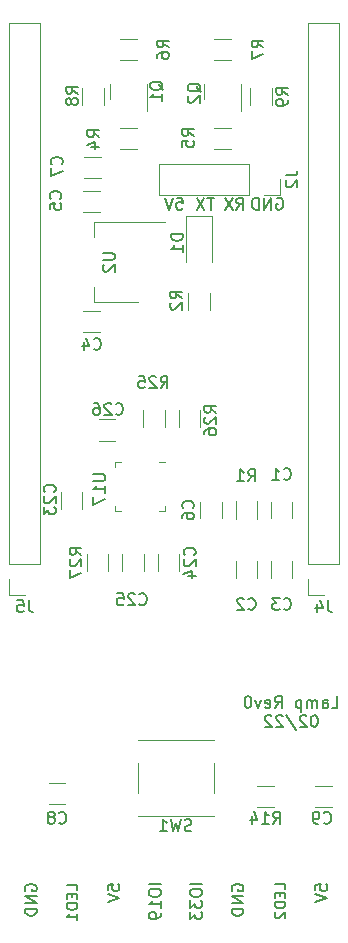
<source format=gbo>
G04 #@! TF.GenerationSoftware,KiCad,Pcbnew,(6.0.1-0)*
G04 #@! TF.CreationDate,2022-02-14T15:17:06-08:00*
G04 #@! TF.ProjectId,lamp,6c616d70-2e6b-4696-9361-645f70636258,rev?*
G04 #@! TF.SameCoordinates,Original*
G04 #@! TF.FileFunction,Legend,Bot*
G04 #@! TF.FilePolarity,Positive*
%FSLAX46Y46*%
G04 Gerber Fmt 4.6, Leading zero omitted, Abs format (unit mm)*
G04 Created by KiCad (PCBNEW (6.0.1-0)) date 2022-02-14 15:17:06*
%MOMM*%
%LPD*%
G01*
G04 APERTURE LIST*
%ADD10C,0.150000*%
%ADD11C,0.120000*%
G04 APERTURE END LIST*
D10*
X153261904Y-60552380D02*
X152690476Y-60552380D01*
X152976190Y-61552380D02*
X152976190Y-60552380D01*
X152452380Y-60552380D02*
X151785714Y-61552380D01*
X151785714Y-60552380D02*
X152452380Y-61552380D01*
X161852380Y-119209523D02*
X161852380Y-118733333D01*
X162328571Y-118685714D01*
X162280952Y-118733333D01*
X162233333Y-118828571D01*
X162233333Y-119066666D01*
X162280952Y-119161904D01*
X162328571Y-119209523D01*
X162423809Y-119257142D01*
X162661904Y-119257142D01*
X162757142Y-119209523D01*
X162804761Y-119161904D01*
X162852380Y-119066666D01*
X162852380Y-118828571D01*
X162804761Y-118733333D01*
X162757142Y-118685714D01*
X161852380Y-119542857D02*
X162852380Y-119876190D01*
X161852380Y-120209523D01*
X144252380Y-119209523D02*
X144252380Y-118733333D01*
X144728571Y-118685714D01*
X144680952Y-118733333D01*
X144633333Y-118828571D01*
X144633333Y-119066666D01*
X144680952Y-119161904D01*
X144728571Y-119209523D01*
X144823809Y-119257142D01*
X145061904Y-119257142D01*
X145157142Y-119209523D01*
X145204761Y-119161904D01*
X145252380Y-119066666D01*
X145252380Y-118828571D01*
X145204761Y-118733333D01*
X145157142Y-118685714D01*
X144252380Y-119542857D02*
X145252380Y-119876190D01*
X144252380Y-120209523D01*
X148752380Y-118623809D02*
X147752380Y-118623809D01*
X147752380Y-119290476D02*
X147752380Y-119480952D01*
X147800000Y-119576190D01*
X147895238Y-119671428D01*
X148085714Y-119719047D01*
X148419047Y-119719047D01*
X148609523Y-119671428D01*
X148704761Y-119576190D01*
X148752380Y-119480952D01*
X148752380Y-119290476D01*
X148704761Y-119195238D01*
X148609523Y-119100000D01*
X148419047Y-119052380D01*
X148085714Y-119052380D01*
X147895238Y-119100000D01*
X147800000Y-119195238D01*
X147752380Y-119290476D01*
X148752380Y-120671428D02*
X148752380Y-120100000D01*
X148752380Y-120385714D02*
X147752380Y-120385714D01*
X147895238Y-120290476D01*
X147990476Y-120195238D01*
X148038095Y-120100000D01*
X148752380Y-121147619D02*
X148752380Y-121338095D01*
X148704761Y-121433333D01*
X148657142Y-121480952D01*
X148514285Y-121576190D01*
X148323809Y-121623809D01*
X147942857Y-121623809D01*
X147847619Y-121576190D01*
X147800000Y-121528571D01*
X147752380Y-121433333D01*
X147752380Y-121242857D01*
X147800000Y-121147619D01*
X147847619Y-121100000D01*
X147942857Y-121052380D01*
X148180952Y-121052380D01*
X148276190Y-121100000D01*
X148323809Y-121147619D01*
X148371428Y-121242857D01*
X148371428Y-121433333D01*
X148323809Y-121528571D01*
X148276190Y-121576190D01*
X148180952Y-121623809D01*
X154800000Y-119238095D02*
X154752380Y-119142857D01*
X154752380Y-119000000D01*
X154800000Y-118857142D01*
X154895238Y-118761904D01*
X154990476Y-118714285D01*
X155180952Y-118666666D01*
X155323809Y-118666666D01*
X155514285Y-118714285D01*
X155609523Y-118761904D01*
X155704761Y-118857142D01*
X155752380Y-119000000D01*
X155752380Y-119095238D01*
X155704761Y-119238095D01*
X155657142Y-119285714D01*
X155323809Y-119285714D01*
X155323809Y-119095238D01*
X155752380Y-119714285D02*
X154752380Y-119714285D01*
X155752380Y-120285714D01*
X154752380Y-120285714D01*
X155752380Y-120761904D02*
X154752380Y-120761904D01*
X154752380Y-121000000D01*
X154800000Y-121142857D01*
X154895238Y-121238095D01*
X154990476Y-121285714D01*
X155180952Y-121333333D01*
X155323809Y-121333333D01*
X155514285Y-121285714D01*
X155609523Y-121238095D01*
X155704761Y-121142857D01*
X155752380Y-121000000D01*
X155752380Y-120761904D01*
X159307142Y-119092857D02*
X159307142Y-118664285D01*
X158407142Y-118664285D01*
X158835714Y-119392857D02*
X158835714Y-119692857D01*
X159307142Y-119821428D02*
X159307142Y-119392857D01*
X158407142Y-119392857D01*
X158407142Y-119821428D01*
X159307142Y-120207142D02*
X158407142Y-120207142D01*
X158407142Y-120421428D01*
X158450000Y-120550000D01*
X158535714Y-120635714D01*
X158621428Y-120678571D01*
X158792857Y-120721428D01*
X158921428Y-120721428D01*
X159092857Y-120678571D01*
X159178571Y-120635714D01*
X159264285Y-120550000D01*
X159307142Y-120421428D01*
X159307142Y-120207142D01*
X158492857Y-121064285D02*
X158450000Y-121107142D01*
X158407142Y-121192857D01*
X158407142Y-121407142D01*
X158450000Y-121492857D01*
X158492857Y-121535714D01*
X158578571Y-121578571D01*
X158664285Y-121578571D01*
X158792857Y-121535714D01*
X159307142Y-121021428D01*
X159307142Y-121578571D01*
X152252380Y-118623809D02*
X151252380Y-118623809D01*
X151252380Y-119290476D02*
X151252380Y-119480952D01*
X151300000Y-119576190D01*
X151395238Y-119671428D01*
X151585714Y-119719047D01*
X151919047Y-119719047D01*
X152109523Y-119671428D01*
X152204761Y-119576190D01*
X152252380Y-119480952D01*
X152252380Y-119290476D01*
X152204761Y-119195238D01*
X152109523Y-119100000D01*
X151919047Y-119052380D01*
X151585714Y-119052380D01*
X151395238Y-119100000D01*
X151300000Y-119195238D01*
X151252380Y-119290476D01*
X151252380Y-120052380D02*
X151252380Y-120671428D01*
X151633333Y-120338095D01*
X151633333Y-120480952D01*
X151680952Y-120576190D01*
X151728571Y-120623809D01*
X151823809Y-120671428D01*
X152061904Y-120671428D01*
X152157142Y-120623809D01*
X152204761Y-120576190D01*
X152252380Y-120480952D01*
X152252380Y-120195238D01*
X152204761Y-120100000D01*
X152157142Y-120052380D01*
X151252380Y-121004761D02*
X151252380Y-121623809D01*
X151633333Y-121290476D01*
X151633333Y-121433333D01*
X151680952Y-121528571D01*
X151728571Y-121576190D01*
X151823809Y-121623809D01*
X152061904Y-121623809D01*
X152157142Y-121576190D01*
X152204761Y-121528571D01*
X152252380Y-121433333D01*
X152252380Y-121147619D01*
X152204761Y-121052380D01*
X152157142Y-121004761D01*
X141707142Y-119192857D02*
X141707142Y-118764285D01*
X140807142Y-118764285D01*
X141235714Y-119492857D02*
X141235714Y-119792857D01*
X141707142Y-119921428D02*
X141707142Y-119492857D01*
X140807142Y-119492857D01*
X140807142Y-119921428D01*
X141707142Y-120307142D02*
X140807142Y-120307142D01*
X140807142Y-120521428D01*
X140850000Y-120650000D01*
X140935714Y-120735714D01*
X141021428Y-120778571D01*
X141192857Y-120821428D01*
X141321428Y-120821428D01*
X141492857Y-120778571D01*
X141578571Y-120735714D01*
X141664285Y-120650000D01*
X141707142Y-120521428D01*
X141707142Y-120307142D01*
X141707142Y-121678571D02*
X141707142Y-121164285D01*
X141707142Y-121421428D02*
X140807142Y-121421428D01*
X140935714Y-121335714D01*
X141021428Y-121250000D01*
X141064285Y-121164285D01*
X137300000Y-119238095D02*
X137252380Y-119142857D01*
X137252380Y-119000000D01*
X137300000Y-118857142D01*
X137395238Y-118761904D01*
X137490476Y-118714285D01*
X137680952Y-118666666D01*
X137823809Y-118666666D01*
X138014285Y-118714285D01*
X138109523Y-118761904D01*
X138204761Y-118857142D01*
X138252380Y-119000000D01*
X138252380Y-119095238D01*
X138204761Y-119238095D01*
X138157142Y-119285714D01*
X137823809Y-119285714D01*
X137823809Y-119095238D01*
X138252380Y-119714285D02*
X137252380Y-119714285D01*
X138252380Y-120285714D01*
X137252380Y-120285714D01*
X138252380Y-120761904D02*
X137252380Y-120761904D01*
X137252380Y-121000000D01*
X137300000Y-121142857D01*
X137395238Y-121238095D01*
X137490476Y-121285714D01*
X137680952Y-121333333D01*
X137823809Y-121333333D01*
X138014285Y-121285714D01*
X138109523Y-121238095D01*
X138204761Y-121142857D01*
X138252380Y-121000000D01*
X138252380Y-120761904D01*
X155166666Y-61552380D02*
X155500000Y-61076190D01*
X155738095Y-61552380D02*
X155738095Y-60552380D01*
X155357142Y-60552380D01*
X155261904Y-60600000D01*
X155214285Y-60647619D01*
X155166666Y-60742857D01*
X155166666Y-60885714D01*
X155214285Y-60980952D01*
X155261904Y-61028571D01*
X155357142Y-61076190D01*
X155738095Y-61076190D01*
X154833333Y-60552380D02*
X154166666Y-61552380D01*
X154166666Y-60552380D02*
X154833333Y-61552380D01*
X150090476Y-60552380D02*
X150566666Y-60552380D01*
X150614285Y-61028571D01*
X150566666Y-60980952D01*
X150471428Y-60933333D01*
X150233333Y-60933333D01*
X150138095Y-60980952D01*
X150090476Y-61028571D01*
X150042857Y-61123809D01*
X150042857Y-61361904D01*
X150090476Y-61457142D01*
X150138095Y-61504761D01*
X150233333Y-61552380D01*
X150471428Y-61552380D01*
X150566666Y-61504761D01*
X150614285Y-61457142D01*
X149757142Y-60552380D02*
X149423809Y-61552380D01*
X149090476Y-60552380D01*
X163228571Y-103747380D02*
X163704761Y-103747380D01*
X163704761Y-102747380D01*
X162466666Y-103747380D02*
X162466666Y-103223571D01*
X162514285Y-103128333D01*
X162609523Y-103080714D01*
X162800000Y-103080714D01*
X162895238Y-103128333D01*
X162466666Y-103699761D02*
X162561904Y-103747380D01*
X162800000Y-103747380D01*
X162895238Y-103699761D01*
X162942857Y-103604523D01*
X162942857Y-103509285D01*
X162895238Y-103414047D01*
X162800000Y-103366428D01*
X162561904Y-103366428D01*
X162466666Y-103318809D01*
X161990476Y-103747380D02*
X161990476Y-103080714D01*
X161990476Y-103175952D02*
X161942857Y-103128333D01*
X161847619Y-103080714D01*
X161704761Y-103080714D01*
X161609523Y-103128333D01*
X161561904Y-103223571D01*
X161561904Y-103747380D01*
X161561904Y-103223571D02*
X161514285Y-103128333D01*
X161419047Y-103080714D01*
X161276190Y-103080714D01*
X161180952Y-103128333D01*
X161133333Y-103223571D01*
X161133333Y-103747380D01*
X160657142Y-103080714D02*
X160657142Y-104080714D01*
X160657142Y-103128333D02*
X160561904Y-103080714D01*
X160371428Y-103080714D01*
X160276190Y-103128333D01*
X160228571Y-103175952D01*
X160180952Y-103271190D01*
X160180952Y-103556904D01*
X160228571Y-103652142D01*
X160276190Y-103699761D01*
X160371428Y-103747380D01*
X160561904Y-103747380D01*
X160657142Y-103699761D01*
X158419047Y-103747380D02*
X158752380Y-103271190D01*
X158990476Y-103747380D02*
X158990476Y-102747380D01*
X158609523Y-102747380D01*
X158514285Y-102795000D01*
X158466666Y-102842619D01*
X158419047Y-102937857D01*
X158419047Y-103080714D01*
X158466666Y-103175952D01*
X158514285Y-103223571D01*
X158609523Y-103271190D01*
X158990476Y-103271190D01*
X157609523Y-103699761D02*
X157704761Y-103747380D01*
X157895238Y-103747380D01*
X157990476Y-103699761D01*
X158038095Y-103604523D01*
X158038095Y-103223571D01*
X157990476Y-103128333D01*
X157895238Y-103080714D01*
X157704761Y-103080714D01*
X157609523Y-103128333D01*
X157561904Y-103223571D01*
X157561904Y-103318809D01*
X158038095Y-103414047D01*
X157228571Y-103080714D02*
X156990476Y-103747380D01*
X156752380Y-103080714D01*
X156180952Y-102747380D02*
X156085714Y-102747380D01*
X155990476Y-102795000D01*
X155942857Y-102842619D01*
X155895238Y-102937857D01*
X155847619Y-103128333D01*
X155847619Y-103366428D01*
X155895238Y-103556904D01*
X155942857Y-103652142D01*
X155990476Y-103699761D01*
X156085714Y-103747380D01*
X156180952Y-103747380D01*
X156276190Y-103699761D01*
X156323809Y-103652142D01*
X156371428Y-103556904D01*
X156419047Y-103366428D01*
X156419047Y-103128333D01*
X156371428Y-102937857D01*
X156323809Y-102842619D01*
X156276190Y-102795000D01*
X156180952Y-102747380D01*
X161800000Y-104357380D02*
X161704761Y-104357380D01*
X161609523Y-104405000D01*
X161561904Y-104452619D01*
X161514285Y-104547857D01*
X161466666Y-104738333D01*
X161466666Y-104976428D01*
X161514285Y-105166904D01*
X161561904Y-105262142D01*
X161609523Y-105309761D01*
X161704761Y-105357380D01*
X161800000Y-105357380D01*
X161895238Y-105309761D01*
X161942857Y-105262142D01*
X161990476Y-105166904D01*
X162038095Y-104976428D01*
X162038095Y-104738333D01*
X161990476Y-104547857D01*
X161942857Y-104452619D01*
X161895238Y-104405000D01*
X161800000Y-104357380D01*
X161085714Y-104452619D02*
X161038095Y-104405000D01*
X160942857Y-104357380D01*
X160704761Y-104357380D01*
X160609523Y-104405000D01*
X160561904Y-104452619D01*
X160514285Y-104547857D01*
X160514285Y-104643095D01*
X160561904Y-104785952D01*
X161133333Y-105357380D01*
X160514285Y-105357380D01*
X159371428Y-104309761D02*
X160228571Y-105595476D01*
X159085714Y-104452619D02*
X159038095Y-104405000D01*
X158942857Y-104357380D01*
X158704761Y-104357380D01*
X158609523Y-104405000D01*
X158561904Y-104452619D01*
X158514285Y-104547857D01*
X158514285Y-104643095D01*
X158561904Y-104785952D01*
X159133333Y-105357380D01*
X158514285Y-105357380D01*
X158133333Y-104452619D02*
X158085714Y-104405000D01*
X157990476Y-104357380D01*
X157752380Y-104357380D01*
X157657142Y-104405000D01*
X157609523Y-104452619D01*
X157561904Y-104547857D01*
X157561904Y-104643095D01*
X157609523Y-104785952D01*
X158180952Y-105357380D01*
X157561904Y-105357380D01*
X158561904Y-60600000D02*
X158657142Y-60552380D01*
X158800000Y-60552380D01*
X158942857Y-60600000D01*
X159038095Y-60695238D01*
X159085714Y-60790476D01*
X159133333Y-60980952D01*
X159133333Y-61123809D01*
X159085714Y-61314285D01*
X159038095Y-61409523D01*
X158942857Y-61504761D01*
X158800000Y-61552380D01*
X158704761Y-61552380D01*
X158561904Y-61504761D01*
X158514285Y-61457142D01*
X158514285Y-61123809D01*
X158704761Y-61123809D01*
X158085714Y-61552380D02*
X158085714Y-60552380D01*
X157514285Y-61552380D01*
X157514285Y-60552380D01*
X157038095Y-61552380D02*
X157038095Y-60552380D01*
X156800000Y-60552380D01*
X156657142Y-60600000D01*
X156561904Y-60695238D01*
X156514285Y-60790476D01*
X156466666Y-60980952D01*
X156466666Y-61123809D01*
X156514285Y-61314285D01*
X156561904Y-61409523D01*
X156657142Y-61504761D01*
X156800000Y-61552380D01*
X157038095Y-61552380D01*
G04 #@! TO.C,C2*
X156166666Y-95357142D02*
X156214285Y-95404761D01*
X156357142Y-95452380D01*
X156452380Y-95452380D01*
X156595238Y-95404761D01*
X156690476Y-95309523D01*
X156738095Y-95214285D01*
X156785714Y-95023809D01*
X156785714Y-94880952D01*
X156738095Y-94690476D01*
X156690476Y-94595238D01*
X156595238Y-94500000D01*
X156452380Y-94452380D01*
X156357142Y-94452380D01*
X156214285Y-94500000D01*
X156166666Y-94547619D01*
X155785714Y-94547619D02*
X155738095Y-94500000D01*
X155642857Y-94452380D01*
X155404761Y-94452380D01*
X155309523Y-94500000D01*
X155261904Y-94547619D01*
X155214285Y-94642857D01*
X155214285Y-94738095D01*
X155261904Y-94880952D01*
X155833333Y-95452380D01*
X155214285Y-95452380D01*
G04 #@! TO.C,SW1*
X151351708Y-114150123D02*
X151208851Y-114197742D01*
X150970755Y-114197742D01*
X150875517Y-114150123D01*
X150827898Y-114102504D01*
X150780279Y-114007266D01*
X150780279Y-113912028D01*
X150827898Y-113816790D01*
X150875517Y-113769171D01*
X150970755Y-113721552D01*
X151161232Y-113673933D01*
X151256470Y-113626314D01*
X151304089Y-113578695D01*
X151351708Y-113483457D01*
X151351708Y-113388219D01*
X151304089Y-113292981D01*
X151256470Y-113245362D01*
X151161232Y-113197742D01*
X150923136Y-113197742D01*
X150780279Y-113245362D01*
X150446946Y-113197742D02*
X150208851Y-114197742D01*
X150018375Y-113483457D01*
X149827898Y-114197742D01*
X149589803Y-113197742D01*
X148685041Y-114197742D02*
X149256470Y-114197742D01*
X148970755Y-114197742D02*
X148970755Y-113197742D01*
X149065994Y-113340600D01*
X149161232Y-113435838D01*
X149256470Y-113483457D01*
G04 #@! TO.C,U17*
X143052380Y-83961904D02*
X143861904Y-83961904D01*
X143957142Y-84009523D01*
X144004761Y-84057142D01*
X144052380Y-84152380D01*
X144052380Y-84342857D01*
X144004761Y-84438095D01*
X143957142Y-84485714D01*
X143861904Y-84533333D01*
X143052380Y-84533333D01*
X144052380Y-85533333D02*
X144052380Y-84961904D01*
X144052380Y-85247619D02*
X143052380Y-85247619D01*
X143195238Y-85152380D01*
X143290476Y-85057142D01*
X143338095Y-84961904D01*
X143052380Y-85866666D02*
X143052380Y-86533333D01*
X144052380Y-86104761D01*
G04 #@! TO.C,C9*
X162566666Y-113457142D02*
X162614285Y-113504761D01*
X162757142Y-113552380D01*
X162852380Y-113552380D01*
X162995238Y-113504761D01*
X163090476Y-113409523D01*
X163138095Y-113314285D01*
X163185714Y-113123809D01*
X163185714Y-112980952D01*
X163138095Y-112790476D01*
X163090476Y-112695238D01*
X162995238Y-112600000D01*
X162852380Y-112552380D01*
X162757142Y-112552380D01*
X162614285Y-112600000D01*
X162566666Y-112647619D01*
X162090476Y-113552380D02*
X161900000Y-113552380D01*
X161804761Y-113504761D01*
X161757142Y-113457142D01*
X161661904Y-113314285D01*
X161614285Y-113123809D01*
X161614285Y-112742857D01*
X161661904Y-112647619D01*
X161709523Y-112600000D01*
X161804761Y-112552380D01*
X161995238Y-112552380D01*
X162090476Y-112600000D01*
X162138095Y-112647619D01*
X162185714Y-112742857D01*
X162185714Y-112980952D01*
X162138095Y-113076190D01*
X162090476Y-113123809D01*
X161995238Y-113171428D01*
X161804761Y-113171428D01*
X161709523Y-113123809D01*
X161661904Y-113076190D01*
X161614285Y-112980952D01*
G04 #@! TO.C,J4*
X162893333Y-94632380D02*
X162893333Y-95346666D01*
X162940952Y-95489523D01*
X163036190Y-95584761D01*
X163179047Y-95632380D01*
X163274285Y-95632380D01*
X161988571Y-94965714D02*
X161988571Y-95632380D01*
X162226666Y-94584761D02*
X162464761Y-95299047D01*
X161845714Y-95299047D01*
G04 #@! TO.C,C6*
X151480341Y-86833333D02*
X151527960Y-86785714D01*
X151575579Y-86642857D01*
X151575579Y-86547619D01*
X151527960Y-86404761D01*
X151432722Y-86309523D01*
X151337484Y-86261904D01*
X151147008Y-86214285D01*
X151004151Y-86214285D01*
X150813675Y-86261904D01*
X150718437Y-86309523D01*
X150623199Y-86404761D01*
X150575579Y-86547619D01*
X150575579Y-86642857D01*
X150623199Y-86785714D01*
X150670818Y-86833333D01*
X150575579Y-87690476D02*
X150575579Y-87500000D01*
X150623199Y-87404761D01*
X150670818Y-87357142D01*
X150813675Y-87261904D01*
X151004151Y-87214285D01*
X151385103Y-87214285D01*
X151480341Y-87261904D01*
X151527960Y-87309523D01*
X151575579Y-87404761D01*
X151575579Y-87595238D01*
X151527960Y-87690476D01*
X151480341Y-87738095D01*
X151385103Y-87785714D01*
X151147008Y-87785714D01*
X151051770Y-87738095D01*
X151004151Y-87690476D01*
X150956532Y-87595238D01*
X150956532Y-87404761D01*
X151004151Y-87309523D01*
X151051770Y-87261904D01*
X151147008Y-87214285D01*
G04 #@! TO.C,R1*
X156166666Y-84552380D02*
X156500000Y-84076190D01*
X156738095Y-84552380D02*
X156738095Y-83552380D01*
X156357142Y-83552380D01*
X156261904Y-83600000D01*
X156214285Y-83647619D01*
X156166666Y-83742857D01*
X156166666Y-83885714D01*
X156214285Y-83980952D01*
X156261904Y-84028571D01*
X156357142Y-84076190D01*
X156738095Y-84076190D01*
X155214285Y-84552380D02*
X155785714Y-84552380D01*
X155500000Y-84552380D02*
X155500000Y-83552380D01*
X155595238Y-83695238D01*
X155690476Y-83790476D01*
X155785714Y-83838095D01*
G04 #@! TO.C,C25*
X146942857Y-94957142D02*
X146990476Y-95004761D01*
X147133333Y-95052380D01*
X147228571Y-95052380D01*
X147371428Y-95004761D01*
X147466666Y-94909523D01*
X147514285Y-94814285D01*
X147561904Y-94623809D01*
X147561904Y-94480952D01*
X147514285Y-94290476D01*
X147466666Y-94195238D01*
X147371428Y-94100000D01*
X147228571Y-94052380D01*
X147133333Y-94052380D01*
X146990476Y-94100000D01*
X146942857Y-94147619D01*
X146561904Y-94147619D02*
X146514285Y-94100000D01*
X146419047Y-94052380D01*
X146180952Y-94052380D01*
X146085714Y-94100000D01*
X146038095Y-94147619D01*
X145990476Y-94242857D01*
X145990476Y-94338095D01*
X146038095Y-94480952D01*
X146609523Y-95052380D01*
X145990476Y-95052380D01*
X145085714Y-94052380D02*
X145561904Y-94052380D01*
X145609523Y-94528571D01*
X145561904Y-94480952D01*
X145466666Y-94433333D01*
X145228571Y-94433333D01*
X145133333Y-94480952D01*
X145085714Y-94528571D01*
X145038095Y-94623809D01*
X145038095Y-94861904D01*
X145085714Y-94957142D01*
X145133333Y-95004761D01*
X145228571Y-95052380D01*
X145466666Y-95052380D01*
X145561904Y-95004761D01*
X145609523Y-94957142D01*
G04 #@! TO.C,C3*
X159166666Y-95357142D02*
X159214285Y-95404761D01*
X159357142Y-95452380D01*
X159452380Y-95452380D01*
X159595238Y-95404761D01*
X159690476Y-95309523D01*
X159738095Y-95214285D01*
X159785714Y-95023809D01*
X159785714Y-94880952D01*
X159738095Y-94690476D01*
X159690476Y-94595238D01*
X159595238Y-94500000D01*
X159452380Y-94452380D01*
X159357142Y-94452380D01*
X159214285Y-94500000D01*
X159166666Y-94547619D01*
X158833333Y-94452380D02*
X158214285Y-94452380D01*
X158547619Y-94833333D01*
X158404761Y-94833333D01*
X158309523Y-94880952D01*
X158261904Y-94928571D01*
X158214285Y-95023809D01*
X158214285Y-95261904D01*
X158261904Y-95357142D01*
X158309523Y-95404761D01*
X158404761Y-95452380D01*
X158690476Y-95452380D01*
X158785714Y-95404761D01*
X158833333Y-95357142D01*
G04 #@! TO.C,C1*
X159166666Y-84357142D02*
X159214285Y-84404761D01*
X159357142Y-84452380D01*
X159452380Y-84452380D01*
X159595238Y-84404761D01*
X159690476Y-84309523D01*
X159738095Y-84214285D01*
X159785714Y-84023809D01*
X159785714Y-83880952D01*
X159738095Y-83690476D01*
X159690476Y-83595238D01*
X159595238Y-83500000D01*
X159452380Y-83452380D01*
X159357142Y-83452380D01*
X159214285Y-83500000D01*
X159166666Y-83547619D01*
X158214285Y-84452380D02*
X158785714Y-84452380D01*
X158500000Y-84452380D02*
X158500000Y-83452380D01*
X158595238Y-83595238D01*
X158690476Y-83690476D01*
X158785714Y-83738095D01*
G04 #@! TO.C,R14*
X158265317Y-113541496D02*
X158598650Y-113065306D01*
X158836745Y-113541496D02*
X158836745Y-112541496D01*
X158455793Y-112541496D01*
X158360555Y-112589116D01*
X158312936Y-112636735D01*
X158265317Y-112731973D01*
X158265317Y-112874830D01*
X158312936Y-112970068D01*
X158360555Y-113017687D01*
X158455793Y-113065306D01*
X158836745Y-113065306D01*
X157312936Y-113541496D02*
X157884364Y-113541496D01*
X157598650Y-113541496D02*
X157598650Y-112541496D01*
X157693888Y-112684354D01*
X157789126Y-112779592D01*
X157884364Y-112827211D01*
X156455793Y-112874830D02*
X156455793Y-113541496D01*
X156693888Y-112493877D02*
X156931983Y-113208163D01*
X156312936Y-113208163D01*
G04 #@! TO.C,R2*
X150537080Y-69069725D02*
X150060890Y-68736392D01*
X150537080Y-68498296D02*
X149537080Y-68498296D01*
X149537080Y-68879249D01*
X149584700Y-68974487D01*
X149632319Y-69022106D01*
X149727557Y-69069725D01*
X149870414Y-69069725D01*
X149965652Y-69022106D01*
X150013271Y-68974487D01*
X150060890Y-68879249D01*
X150060890Y-68498296D01*
X149632319Y-69450677D02*
X149584700Y-69498296D01*
X149537080Y-69593534D01*
X149537080Y-69831630D01*
X149584700Y-69926868D01*
X149632319Y-69974487D01*
X149727557Y-70022106D01*
X149822795Y-70022106D01*
X149965652Y-69974487D01*
X150537080Y-69403058D01*
X150537080Y-70022106D01*
G04 #@! TO.C,J2*
X159322380Y-58666666D02*
X160036666Y-58666666D01*
X160179523Y-58619047D01*
X160274761Y-58523809D01*
X160322380Y-58380952D01*
X160322380Y-58285714D01*
X159417619Y-59095238D02*
X159370000Y-59142857D01*
X159322380Y-59238095D01*
X159322380Y-59476190D01*
X159370000Y-59571428D01*
X159417619Y-59619047D01*
X159512857Y-59666666D01*
X159608095Y-59666666D01*
X159750952Y-59619047D01*
X160322380Y-59047619D01*
X160322380Y-59666666D01*
G04 #@! TO.C,R6*
X149452380Y-47833333D02*
X148976190Y-47500000D01*
X149452380Y-47261904D02*
X148452380Y-47261904D01*
X148452380Y-47642857D01*
X148500000Y-47738095D01*
X148547619Y-47785714D01*
X148642857Y-47833333D01*
X148785714Y-47833333D01*
X148880952Y-47785714D01*
X148928571Y-47738095D01*
X148976190Y-47642857D01*
X148976190Y-47261904D01*
X148452380Y-48690476D02*
X148452380Y-48500000D01*
X148500000Y-48404761D01*
X148547619Y-48357142D01*
X148690476Y-48261904D01*
X148880952Y-48214285D01*
X149261904Y-48214285D01*
X149357142Y-48261904D01*
X149404761Y-48309523D01*
X149452380Y-48404761D01*
X149452380Y-48595238D01*
X149404761Y-48690476D01*
X149357142Y-48738095D01*
X149261904Y-48785714D01*
X149023809Y-48785714D01*
X148928571Y-48738095D01*
X148880952Y-48690476D01*
X148833333Y-48595238D01*
X148833333Y-48404761D01*
X148880952Y-48309523D01*
X148928571Y-48261904D01*
X149023809Y-48214285D01*
G04 #@! TO.C,C8*
X140146440Y-113457142D02*
X140194059Y-113504761D01*
X140336916Y-113552380D01*
X140432154Y-113552380D01*
X140575012Y-113504761D01*
X140670250Y-113409523D01*
X140717869Y-113314285D01*
X140765488Y-113123809D01*
X140765488Y-112980952D01*
X140717869Y-112790476D01*
X140670250Y-112695238D01*
X140575012Y-112600000D01*
X140432154Y-112552380D01*
X140336916Y-112552380D01*
X140194059Y-112600000D01*
X140146440Y-112647619D01*
X139575012Y-112980952D02*
X139670250Y-112933333D01*
X139717869Y-112885714D01*
X139765488Y-112790476D01*
X139765488Y-112742857D01*
X139717869Y-112647619D01*
X139670250Y-112600000D01*
X139575012Y-112552380D01*
X139384535Y-112552380D01*
X139289297Y-112600000D01*
X139241678Y-112647619D01*
X139194059Y-112742857D01*
X139194059Y-112790476D01*
X139241678Y-112885714D01*
X139289297Y-112933333D01*
X139384535Y-112980952D01*
X139575012Y-112980952D01*
X139670250Y-113028571D01*
X139717869Y-113076190D01*
X139765488Y-113171428D01*
X139765488Y-113361904D01*
X139717869Y-113457142D01*
X139670250Y-113504761D01*
X139575012Y-113552380D01*
X139384535Y-113552380D01*
X139289297Y-113504761D01*
X139241678Y-113457142D01*
X139194059Y-113361904D01*
X139194059Y-113171428D01*
X139241678Y-113076190D01*
X139289297Y-113028571D01*
X139384535Y-112980952D01*
G04 #@! TO.C,C7*
X140357142Y-57733333D02*
X140404761Y-57685714D01*
X140452380Y-57542857D01*
X140452380Y-57447619D01*
X140404761Y-57304761D01*
X140309523Y-57209523D01*
X140214285Y-57161904D01*
X140023809Y-57114285D01*
X139880952Y-57114285D01*
X139690476Y-57161904D01*
X139595238Y-57209523D01*
X139500000Y-57304761D01*
X139452380Y-57447619D01*
X139452380Y-57542857D01*
X139500000Y-57685714D01*
X139547619Y-57733333D01*
X139452380Y-58066666D02*
X139452380Y-58733333D01*
X140452380Y-58304761D01*
G04 #@! TO.C,Q2*
X152147619Y-51604761D02*
X152100000Y-51509523D01*
X152004761Y-51414285D01*
X151861904Y-51271428D01*
X151814285Y-51176190D01*
X151814285Y-51080952D01*
X152052380Y-51128571D02*
X152004761Y-51033333D01*
X151909523Y-50938095D01*
X151719047Y-50890476D01*
X151385714Y-50890476D01*
X151195238Y-50938095D01*
X151100000Y-51033333D01*
X151052380Y-51128571D01*
X151052380Y-51319047D01*
X151100000Y-51414285D01*
X151195238Y-51509523D01*
X151385714Y-51557142D01*
X151719047Y-51557142D01*
X151909523Y-51509523D01*
X152004761Y-51414285D01*
X152052380Y-51319047D01*
X152052380Y-51128571D01*
X151147619Y-51938095D02*
X151100000Y-51985714D01*
X151052380Y-52080952D01*
X151052380Y-52319047D01*
X151100000Y-52414285D01*
X151147619Y-52461904D01*
X151242857Y-52509523D01*
X151338095Y-52509523D01*
X151480952Y-52461904D01*
X152052380Y-51890476D01*
X152052380Y-52509523D01*
G04 #@! TO.C,U2*
X143842380Y-65238095D02*
X144651904Y-65238095D01*
X144747142Y-65285714D01*
X144794761Y-65333333D01*
X144842380Y-65428571D01*
X144842380Y-65619047D01*
X144794761Y-65714285D01*
X144747142Y-65761904D01*
X144651904Y-65809523D01*
X143842380Y-65809523D01*
X143937619Y-66238095D02*
X143890000Y-66285714D01*
X143842380Y-66380952D01*
X143842380Y-66619047D01*
X143890000Y-66714285D01*
X143937619Y-66761904D01*
X144032857Y-66809523D01*
X144128095Y-66809523D01*
X144270952Y-66761904D01*
X144842380Y-66190476D01*
X144842380Y-66809523D01*
G04 #@! TO.C,R26*
X153452380Y-78757142D02*
X152976190Y-78423809D01*
X153452380Y-78185714D02*
X152452380Y-78185714D01*
X152452380Y-78566666D01*
X152500000Y-78661904D01*
X152547619Y-78709523D01*
X152642857Y-78757142D01*
X152785714Y-78757142D01*
X152880952Y-78709523D01*
X152928571Y-78661904D01*
X152976190Y-78566666D01*
X152976190Y-78185714D01*
X152547619Y-79138095D02*
X152500000Y-79185714D01*
X152452380Y-79280952D01*
X152452380Y-79519047D01*
X152500000Y-79614285D01*
X152547619Y-79661904D01*
X152642857Y-79709523D01*
X152738095Y-79709523D01*
X152880952Y-79661904D01*
X153452380Y-79090476D01*
X153452380Y-79709523D01*
X152452380Y-80566666D02*
X152452380Y-80376190D01*
X152500000Y-80280952D01*
X152547619Y-80233333D01*
X152690476Y-80138095D01*
X152880952Y-80090476D01*
X153261904Y-80090476D01*
X153357142Y-80138095D01*
X153404761Y-80185714D01*
X153452380Y-80280952D01*
X153452380Y-80471428D01*
X153404761Y-80566666D01*
X153357142Y-80614285D01*
X153261904Y-80661904D01*
X153023809Y-80661904D01*
X152928571Y-80614285D01*
X152880952Y-80566666D01*
X152833333Y-80471428D01*
X152833333Y-80280952D01*
X152880952Y-80185714D01*
X152928571Y-80138095D01*
X153023809Y-80090476D01*
G04 #@! TO.C,C5*
X140257142Y-60633333D02*
X140304761Y-60585714D01*
X140352380Y-60442857D01*
X140352380Y-60347619D01*
X140304761Y-60204761D01*
X140209523Y-60109523D01*
X140114285Y-60061904D01*
X139923809Y-60014285D01*
X139780952Y-60014285D01*
X139590476Y-60061904D01*
X139495238Y-60109523D01*
X139400000Y-60204761D01*
X139352380Y-60347619D01*
X139352380Y-60442857D01*
X139400000Y-60585714D01*
X139447619Y-60633333D01*
X139352380Y-61538095D02*
X139352380Y-61061904D01*
X139828571Y-61014285D01*
X139780952Y-61061904D01*
X139733333Y-61157142D01*
X139733333Y-61395238D01*
X139780952Y-61490476D01*
X139828571Y-61538095D01*
X139923809Y-61585714D01*
X140161904Y-61585714D01*
X140257142Y-61538095D01*
X140304761Y-61490476D01*
X140352380Y-61395238D01*
X140352380Y-61157142D01*
X140304761Y-61061904D01*
X140257142Y-61014285D01*
G04 #@! TO.C,R7*
X157452380Y-47833333D02*
X156976190Y-47500000D01*
X157452380Y-47261904D02*
X156452380Y-47261904D01*
X156452380Y-47642857D01*
X156500000Y-47738095D01*
X156547619Y-47785714D01*
X156642857Y-47833333D01*
X156785714Y-47833333D01*
X156880952Y-47785714D01*
X156928571Y-47738095D01*
X156976190Y-47642857D01*
X156976190Y-47261904D01*
X156452380Y-48166666D02*
X156452380Y-48833333D01*
X157452380Y-48404761D01*
G04 #@! TO.C,R8*
X141752380Y-51733333D02*
X141276190Y-51400000D01*
X141752380Y-51161904D02*
X140752380Y-51161904D01*
X140752380Y-51542857D01*
X140800000Y-51638095D01*
X140847619Y-51685714D01*
X140942857Y-51733333D01*
X141085714Y-51733333D01*
X141180952Y-51685714D01*
X141228571Y-51638095D01*
X141276190Y-51542857D01*
X141276190Y-51161904D01*
X141180952Y-52304761D02*
X141133333Y-52209523D01*
X141085714Y-52161904D01*
X140990476Y-52114285D01*
X140942857Y-52114285D01*
X140847619Y-52161904D01*
X140800000Y-52209523D01*
X140752380Y-52304761D01*
X140752380Y-52495238D01*
X140800000Y-52590476D01*
X140847619Y-52638095D01*
X140942857Y-52685714D01*
X140990476Y-52685714D01*
X141085714Y-52638095D01*
X141133333Y-52590476D01*
X141180952Y-52495238D01*
X141180952Y-52304761D01*
X141228571Y-52209523D01*
X141276190Y-52161904D01*
X141371428Y-52114285D01*
X141561904Y-52114285D01*
X141657142Y-52161904D01*
X141704761Y-52209523D01*
X141752380Y-52304761D01*
X141752380Y-52495238D01*
X141704761Y-52590476D01*
X141657142Y-52638095D01*
X141561904Y-52685714D01*
X141371428Y-52685714D01*
X141276190Y-52638095D01*
X141228571Y-52590476D01*
X141180952Y-52495238D01*
G04 #@! TO.C,R25*
X148742857Y-76652380D02*
X149076190Y-76176190D01*
X149314285Y-76652380D02*
X149314285Y-75652380D01*
X148933333Y-75652380D01*
X148838095Y-75700000D01*
X148790476Y-75747619D01*
X148742857Y-75842857D01*
X148742857Y-75985714D01*
X148790476Y-76080952D01*
X148838095Y-76128571D01*
X148933333Y-76176190D01*
X149314285Y-76176190D01*
X148361904Y-75747619D02*
X148314285Y-75700000D01*
X148219047Y-75652380D01*
X147980952Y-75652380D01*
X147885714Y-75700000D01*
X147838095Y-75747619D01*
X147790476Y-75842857D01*
X147790476Y-75938095D01*
X147838095Y-76080952D01*
X148409523Y-76652380D01*
X147790476Y-76652380D01*
X146885714Y-75652380D02*
X147361904Y-75652380D01*
X147409523Y-76128571D01*
X147361904Y-76080952D01*
X147266666Y-76033333D01*
X147028571Y-76033333D01*
X146933333Y-76080952D01*
X146885714Y-76128571D01*
X146838095Y-76223809D01*
X146838095Y-76461904D01*
X146885714Y-76557142D01*
X146933333Y-76604761D01*
X147028571Y-76652380D01*
X147266666Y-76652380D01*
X147361904Y-76604761D01*
X147409523Y-76557142D01*
G04 #@! TO.C,R9*
X159522380Y-51833333D02*
X159046190Y-51500000D01*
X159522380Y-51261904D02*
X158522380Y-51261904D01*
X158522380Y-51642857D01*
X158570000Y-51738095D01*
X158617619Y-51785714D01*
X158712857Y-51833333D01*
X158855714Y-51833333D01*
X158950952Y-51785714D01*
X158998571Y-51738095D01*
X159046190Y-51642857D01*
X159046190Y-51261904D01*
X159522380Y-52309523D02*
X159522380Y-52500000D01*
X159474761Y-52595238D01*
X159427142Y-52642857D01*
X159284285Y-52738095D01*
X159093809Y-52785714D01*
X158712857Y-52785714D01*
X158617619Y-52738095D01*
X158570000Y-52690476D01*
X158522380Y-52595238D01*
X158522380Y-52404761D01*
X158570000Y-52309523D01*
X158617619Y-52261904D01*
X158712857Y-52214285D01*
X158950952Y-52214285D01*
X159046190Y-52261904D01*
X159093809Y-52309523D01*
X159141428Y-52404761D01*
X159141428Y-52595238D01*
X159093809Y-52690476D01*
X159046190Y-52738095D01*
X158950952Y-52785714D01*
G04 #@! TO.C,Q1*
X148947619Y-51442261D02*
X148900000Y-51347023D01*
X148804761Y-51251785D01*
X148661904Y-51108928D01*
X148614285Y-51013690D01*
X148614285Y-50918452D01*
X148852380Y-50966071D02*
X148804761Y-50870833D01*
X148709523Y-50775595D01*
X148519047Y-50727976D01*
X148185714Y-50727976D01*
X147995238Y-50775595D01*
X147900000Y-50870833D01*
X147852380Y-50966071D01*
X147852380Y-51156547D01*
X147900000Y-51251785D01*
X147995238Y-51347023D01*
X148185714Y-51394642D01*
X148519047Y-51394642D01*
X148709523Y-51347023D01*
X148804761Y-51251785D01*
X148852380Y-51156547D01*
X148852380Y-50966071D01*
X148852380Y-52347023D02*
X148852380Y-51775595D01*
X148852380Y-52061309D02*
X147852380Y-52061309D01*
X147995238Y-51966071D01*
X148090476Y-51870833D01*
X148138095Y-51775595D01*
G04 #@! TO.C,D1*
X150632380Y-63644404D02*
X149632380Y-63644404D01*
X149632380Y-63882500D01*
X149680000Y-64025357D01*
X149775238Y-64120595D01*
X149870476Y-64168214D01*
X150060952Y-64215833D01*
X150203809Y-64215833D01*
X150394285Y-64168214D01*
X150489523Y-64120595D01*
X150584761Y-64025357D01*
X150632380Y-63882500D01*
X150632380Y-63644404D01*
X150632380Y-65168214D02*
X150632380Y-64596785D01*
X150632380Y-64882500D02*
X149632380Y-64882500D01*
X149775238Y-64787261D01*
X149870476Y-64692023D01*
X149918095Y-64596785D01*
G04 #@! TO.C,C4*
X143082084Y-73357142D02*
X143129703Y-73404761D01*
X143272560Y-73452380D01*
X143367798Y-73452380D01*
X143510656Y-73404761D01*
X143605894Y-73309523D01*
X143653513Y-73214285D01*
X143701132Y-73023809D01*
X143701132Y-72880952D01*
X143653513Y-72690476D01*
X143605894Y-72595238D01*
X143510656Y-72500000D01*
X143367798Y-72452380D01*
X143272560Y-72452380D01*
X143129703Y-72500000D01*
X143082084Y-72547619D01*
X142224941Y-72785714D02*
X142224941Y-73452380D01*
X142463037Y-72404761D02*
X142701132Y-73119047D01*
X142082084Y-73119047D01*
G04 #@! TO.C,C23*
X139757142Y-85457142D02*
X139804761Y-85409523D01*
X139852380Y-85266666D01*
X139852380Y-85171428D01*
X139804761Y-85028571D01*
X139709523Y-84933333D01*
X139614285Y-84885714D01*
X139423809Y-84838095D01*
X139280952Y-84838095D01*
X139090476Y-84885714D01*
X138995238Y-84933333D01*
X138900000Y-85028571D01*
X138852380Y-85171428D01*
X138852380Y-85266666D01*
X138900000Y-85409523D01*
X138947619Y-85457142D01*
X138947619Y-85838095D02*
X138900000Y-85885714D01*
X138852380Y-85980952D01*
X138852380Y-86219047D01*
X138900000Y-86314285D01*
X138947619Y-86361904D01*
X139042857Y-86409523D01*
X139138095Y-86409523D01*
X139280952Y-86361904D01*
X139852380Y-85790476D01*
X139852380Y-86409523D01*
X138852380Y-86742857D02*
X138852380Y-87361904D01*
X139233333Y-87028571D01*
X139233333Y-87171428D01*
X139280952Y-87266666D01*
X139328571Y-87314285D01*
X139423809Y-87361904D01*
X139661904Y-87361904D01*
X139757142Y-87314285D01*
X139804761Y-87266666D01*
X139852380Y-87171428D01*
X139852380Y-86885714D01*
X139804761Y-86790476D01*
X139757142Y-86742857D01*
G04 #@! TO.C,R27*
X142032380Y-90802142D02*
X141556190Y-90468809D01*
X142032380Y-90230714D02*
X141032380Y-90230714D01*
X141032380Y-90611666D01*
X141080000Y-90706904D01*
X141127619Y-90754523D01*
X141222857Y-90802142D01*
X141365714Y-90802142D01*
X141460952Y-90754523D01*
X141508571Y-90706904D01*
X141556190Y-90611666D01*
X141556190Y-90230714D01*
X141127619Y-91183095D02*
X141080000Y-91230714D01*
X141032380Y-91325952D01*
X141032380Y-91564047D01*
X141080000Y-91659285D01*
X141127619Y-91706904D01*
X141222857Y-91754523D01*
X141318095Y-91754523D01*
X141460952Y-91706904D01*
X142032380Y-91135476D01*
X142032380Y-91754523D01*
X141032380Y-92087857D02*
X141032380Y-92754523D01*
X142032380Y-92325952D01*
G04 #@! TO.C,R5*
X151552380Y-55333333D02*
X151076190Y-55000000D01*
X151552380Y-54761904D02*
X150552380Y-54761904D01*
X150552380Y-55142857D01*
X150600000Y-55238095D01*
X150647619Y-55285714D01*
X150742857Y-55333333D01*
X150885714Y-55333333D01*
X150980952Y-55285714D01*
X151028571Y-55238095D01*
X151076190Y-55142857D01*
X151076190Y-54761904D01*
X150552380Y-56238095D02*
X150552380Y-55761904D01*
X151028571Y-55714285D01*
X150980952Y-55761904D01*
X150933333Y-55857142D01*
X150933333Y-56095238D01*
X150980952Y-56190476D01*
X151028571Y-56238095D01*
X151123809Y-56285714D01*
X151361904Y-56285714D01*
X151457142Y-56238095D01*
X151504761Y-56190476D01*
X151552380Y-56095238D01*
X151552380Y-55857142D01*
X151504761Y-55761904D01*
X151457142Y-55714285D01*
G04 #@! TO.C,C24*
X151607142Y-90802142D02*
X151654761Y-90754523D01*
X151702380Y-90611666D01*
X151702380Y-90516428D01*
X151654761Y-90373571D01*
X151559523Y-90278333D01*
X151464285Y-90230714D01*
X151273809Y-90183095D01*
X151130952Y-90183095D01*
X150940476Y-90230714D01*
X150845238Y-90278333D01*
X150750000Y-90373571D01*
X150702380Y-90516428D01*
X150702380Y-90611666D01*
X150750000Y-90754523D01*
X150797619Y-90802142D01*
X150797619Y-91183095D02*
X150750000Y-91230714D01*
X150702380Y-91325952D01*
X150702380Y-91564047D01*
X150750000Y-91659285D01*
X150797619Y-91706904D01*
X150892857Y-91754523D01*
X150988095Y-91754523D01*
X151130952Y-91706904D01*
X151702380Y-91135476D01*
X151702380Y-91754523D01*
X151035714Y-92611666D02*
X151702380Y-92611666D01*
X150654761Y-92373571D02*
X151369047Y-92135476D01*
X151369047Y-92754523D01*
G04 #@! TO.C,C26*
X144942857Y-78857142D02*
X144990476Y-78904761D01*
X145133333Y-78952380D01*
X145228571Y-78952380D01*
X145371428Y-78904761D01*
X145466666Y-78809523D01*
X145514285Y-78714285D01*
X145561904Y-78523809D01*
X145561904Y-78380952D01*
X145514285Y-78190476D01*
X145466666Y-78095238D01*
X145371428Y-78000000D01*
X145228571Y-77952380D01*
X145133333Y-77952380D01*
X144990476Y-78000000D01*
X144942857Y-78047619D01*
X144561904Y-78047619D02*
X144514285Y-78000000D01*
X144419047Y-77952380D01*
X144180952Y-77952380D01*
X144085714Y-78000000D01*
X144038095Y-78047619D01*
X143990476Y-78142857D01*
X143990476Y-78238095D01*
X144038095Y-78380952D01*
X144609523Y-78952380D01*
X143990476Y-78952380D01*
X143133333Y-77952380D02*
X143323809Y-77952380D01*
X143419047Y-78000000D01*
X143466666Y-78047619D01*
X143561904Y-78190476D01*
X143609523Y-78380952D01*
X143609523Y-78761904D01*
X143561904Y-78857142D01*
X143514285Y-78904761D01*
X143419047Y-78952380D01*
X143228571Y-78952380D01*
X143133333Y-78904761D01*
X143085714Y-78857142D01*
X143038095Y-78761904D01*
X143038095Y-78523809D01*
X143085714Y-78428571D01*
X143133333Y-78380952D01*
X143228571Y-78333333D01*
X143419047Y-78333333D01*
X143514285Y-78380952D01*
X143561904Y-78428571D01*
X143609523Y-78523809D01*
G04 #@! TO.C,R4*
X143552380Y-55433333D02*
X143076190Y-55100000D01*
X143552380Y-54861904D02*
X142552380Y-54861904D01*
X142552380Y-55242857D01*
X142600000Y-55338095D01*
X142647619Y-55385714D01*
X142742857Y-55433333D01*
X142885714Y-55433333D01*
X142980952Y-55385714D01*
X143028571Y-55338095D01*
X143076190Y-55242857D01*
X143076190Y-54861904D01*
X142885714Y-56290476D02*
X143552380Y-56290476D01*
X142504761Y-56052380D02*
X143219047Y-55814285D01*
X143219047Y-56433333D01*
G04 #@! TO.C,J5*
X137572889Y-94632380D02*
X137572889Y-95346666D01*
X137620508Y-95489523D01*
X137715746Y-95584761D01*
X137858603Y-95632380D01*
X137953841Y-95632380D01*
X136620508Y-94632380D02*
X137096698Y-94632380D01*
X137144317Y-95108571D01*
X137096698Y-95060952D01*
X137001460Y-95013333D01*
X136763365Y-95013333D01*
X136668127Y-95060952D01*
X136620508Y-95108571D01*
X136572889Y-95203809D01*
X136572889Y-95441904D01*
X136620508Y-95537142D01*
X136668127Y-95584761D01*
X136763365Y-95632380D01*
X137001460Y-95632380D01*
X137096698Y-95584761D01*
X137144317Y-95537142D01*
D11*
G04 #@! TO.C,C2*
X155090000Y-92711252D02*
X155090000Y-91288748D01*
X156910000Y-92711252D02*
X156910000Y-91288748D01*
G04 #@! TO.C,SW1*
X146788375Y-106465362D02*
X153248375Y-106465362D01*
X146788375Y-112895362D02*
X146788375Y-112925362D01*
X153248375Y-106465362D02*
X153248375Y-106495362D01*
X153248375Y-110995362D02*
X153248375Y-108395362D01*
X146788375Y-112925362D02*
X153248375Y-112925362D01*
X146788375Y-110995362D02*
X146788375Y-108395362D01*
X146788375Y-106465362D02*
X146788375Y-106495362D01*
X153248375Y-112925362D02*
X153248375Y-112895362D01*
G04 #@! TO.C,U17*
X145365000Y-82890000D02*
X144890000Y-82890000D01*
X148635000Y-87110000D02*
X149110000Y-87110000D01*
X144890000Y-82890000D02*
X144890000Y-83365000D01*
X145365000Y-87110000D02*
X144890000Y-87110000D01*
X149110000Y-87110000D02*
X149110000Y-86635000D01*
X148635000Y-82890000D02*
X149110000Y-82890000D01*
X144890000Y-87110000D02*
X144890000Y-86635000D01*
G04 #@! TO.C,C9*
X163237387Y-110359116D02*
X161814883Y-110359116D01*
X163237387Y-112179116D02*
X161814883Y-112179116D01*
G04 #@! TO.C,J4*
X161230000Y-94180000D02*
X162560000Y-94180000D01*
X161230000Y-92850000D02*
X161230000Y-94180000D01*
X161230000Y-91580000D02*
X163890000Y-91580000D01*
X161230000Y-91580000D02*
X161230000Y-45800000D01*
X163890000Y-91580000D02*
X163890000Y-45800000D01*
X161230000Y-45800000D02*
X163890000Y-45800000D01*
G04 #@! TO.C,C6*
X152090000Y-87711252D02*
X152090000Y-86288748D01*
X153910000Y-87711252D02*
X153910000Y-86288748D01*
G04 #@! TO.C,R1*
X156910000Y-86272936D02*
X156910000Y-87727064D01*
X155090000Y-86272936D02*
X155090000Y-87727064D01*
G04 #@! TO.C,C25*
X147310000Y-90733748D02*
X147310000Y-92156252D01*
X145490000Y-90733748D02*
X145490000Y-92156252D01*
G04 #@! TO.C,C3*
X159910000Y-92711252D02*
X159910000Y-91288748D01*
X158090000Y-92711252D02*
X158090000Y-91288748D01*
G04 #@! TO.C,C1*
X159910000Y-87711252D02*
X159910000Y-86288748D01*
X158090000Y-87711252D02*
X158090000Y-86288748D01*
G04 #@! TO.C,R14*
X156895396Y-110359116D02*
X158349524Y-110359116D01*
X156895396Y-112179116D02*
X158349524Y-112179116D01*
G04 #@! TO.C,R2*
X151090000Y-70052064D02*
X151090000Y-68597936D01*
X152910000Y-70052064D02*
X152910000Y-68597936D01*
G04 #@! TO.C,J2*
X156270000Y-60330000D02*
X148590000Y-60330000D01*
X156270000Y-57670000D02*
X148590000Y-57670000D01*
X156270000Y-60330000D02*
X156270000Y-57670000D01*
X158870000Y-60330000D02*
X158870000Y-59000000D01*
X148590000Y-60330000D02*
X148590000Y-57670000D01*
X157540000Y-60330000D02*
X158870000Y-60330000D01*
G04 #@! TO.C,R6*
X145272936Y-48910000D02*
X146727064Y-48910000D01*
X145272936Y-47090000D02*
X146727064Y-47090000D01*
G04 #@! TO.C,C8*
X140691026Y-110090000D02*
X139268522Y-110090000D01*
X140691026Y-111910000D02*
X139268522Y-111910000D01*
G04 #@! TO.C,C7*
X142288748Y-58910000D02*
X143711252Y-58910000D01*
X142288748Y-57090000D02*
X143711252Y-57090000D01*
G04 #@! TO.C,Q2*
X155560000Y-51537500D02*
X155560000Y-50887500D01*
X152440000Y-51537500D02*
X152440000Y-50887500D01*
X152440000Y-51537500D02*
X152440000Y-52187500D01*
X155560000Y-51537500D02*
X155560000Y-53212500D01*
G04 #@! TO.C,U2*
X143090000Y-69410000D02*
X143090000Y-68150000D01*
X143090000Y-62590000D02*
X143090000Y-63850000D01*
X149100000Y-62590000D02*
X143090000Y-62590000D01*
X146850000Y-69410000D02*
X143090000Y-69410000D01*
G04 #@! TO.C,R26*
X152110000Y-78492936D02*
X152110000Y-79947064D01*
X150290000Y-78492936D02*
X150290000Y-79947064D01*
G04 #@! TO.C,C5*
X142204166Y-61789812D02*
X143626670Y-61789812D01*
X142204166Y-59969812D02*
X143626670Y-59969812D01*
G04 #@! TO.C,R7*
X153272936Y-47090000D02*
X154727064Y-47090000D01*
X153272936Y-48910000D02*
X154727064Y-48910000D01*
G04 #@! TO.C,R8*
X143910000Y-52727064D02*
X143910000Y-51272936D01*
X142090000Y-52727064D02*
X142090000Y-51272936D01*
G04 #@! TO.C,R25*
X147290000Y-78492936D02*
X147290000Y-79947064D01*
X149110000Y-78492936D02*
X149110000Y-79947064D01*
G04 #@! TO.C,R9*
X156340000Y-52727064D02*
X156340000Y-51272936D01*
X158160000Y-52727064D02*
X158160000Y-51272936D01*
G04 #@! TO.C,Q1*
X147560000Y-51537500D02*
X147560000Y-50887500D01*
X147560000Y-51537500D02*
X147560000Y-53212500D01*
X144440000Y-51537500D02*
X144440000Y-52187500D01*
X144440000Y-51537500D02*
X144440000Y-50887500D01*
G04 #@! TO.C,D1*
X150865000Y-65982500D02*
X150865000Y-62097500D01*
X150865000Y-62097500D02*
X153135000Y-62097500D01*
X153135000Y-62097500D02*
X153135000Y-65982500D01*
G04 #@! TO.C,C4*
X143626670Y-70129812D02*
X142204166Y-70129812D01*
X143626670Y-71949812D02*
X142204166Y-71949812D01*
G04 #@! TO.C,C23*
X140290000Y-85508748D02*
X140290000Y-86931252D01*
X142110000Y-85508748D02*
X142110000Y-86931252D01*
G04 #@! TO.C,R27*
X144310000Y-90717936D02*
X144310000Y-92172064D01*
X142490000Y-90717936D02*
X142490000Y-92172064D01*
G04 #@! TO.C,R5*
X154727064Y-54627500D02*
X153272936Y-54627500D01*
X154727064Y-56447500D02*
X153272936Y-56447500D01*
G04 #@! TO.C,C24*
X148490000Y-92156252D02*
X148490000Y-90733748D01*
X150310000Y-92156252D02*
X150310000Y-90733748D01*
G04 #@! TO.C,C26*
X144911252Y-79310000D02*
X143488748Y-79310000D01*
X144911252Y-81130000D02*
X143488748Y-81130000D01*
G04 #@! TO.C,R4*
X146727064Y-56447500D02*
X145272936Y-56447500D01*
X146727064Y-54627500D02*
X145272936Y-54627500D01*
G04 #@! TO.C,J5*
X135909556Y-92850000D02*
X135909556Y-94180000D01*
X138569556Y-91580000D02*
X138569556Y-45800000D01*
X135909556Y-91580000D02*
X135909556Y-45800000D01*
X135909556Y-91580000D02*
X138569556Y-91580000D01*
X135909556Y-94180000D02*
X137239556Y-94180000D01*
X135909556Y-45800000D02*
X138569556Y-45800000D01*
G04 #@! TD*
M02*

</source>
